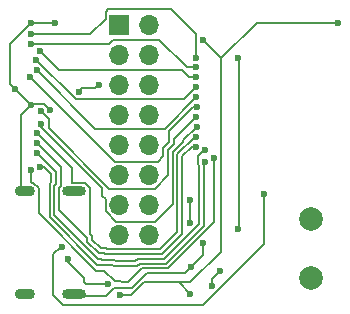
<source format=gbr>
%TF.GenerationSoftware,KiCad,Pcbnew,8.99.0-3218-gdd8f7901b1*%
%TF.CreationDate,2025-01-23T14:21:21-05:00*%
%TF.ProjectId,hack_matrix,6861636b-5f6d-4617-9472-69782e6b6963,rev?*%
%TF.SameCoordinates,Original*%
%TF.FileFunction,Copper,L2,Bot*%
%TF.FilePolarity,Positive*%
%FSLAX46Y46*%
G04 Gerber Fmt 4.6, Leading zero omitted, Abs format (unit mm)*
G04 Created by KiCad (PCBNEW 8.99.0-3218-gdd8f7901b1) date 2025-01-23 14:21:21*
%MOMM*%
%LPD*%
G01*
G04 APERTURE LIST*
%TA.AperFunction,ComponentPad*%
%ADD10O,2.000000X0.900000*%
%TD*%
%TA.AperFunction,ComponentPad*%
%ADD11O,1.700000X0.900000*%
%TD*%
%TA.AperFunction,ComponentPad*%
%ADD12C,2.000000*%
%TD*%
%TA.AperFunction,ComponentPad*%
%ADD13R,1.700000X1.700000*%
%TD*%
%TA.AperFunction,ComponentPad*%
%ADD14O,1.700000X1.700000*%
%TD*%
%TA.AperFunction,ViaPad*%
%ADD15C,0.600000*%
%TD*%
%TA.AperFunction,Conductor*%
%ADD16C,0.200000*%
%TD*%
G04 APERTURE END LIST*
D10*
%TO.P,J1,S1,SHIELD*%
%TO.N,GND*%
X173170000Y-83297570D03*
%TO.P,J1,S2,SHIELD*%
X173170000Y-91947570D03*
D11*
%TO.P,J1,S3,SHIELD*%
X169000000Y-83297570D03*
%TO.P,J1,S4,SHIELD*%
X169000000Y-91947570D03*
%TD*%
D12*
%TO.P,J2,1,Pin_1*%
%TO.N,+5V*%
X193216183Y-90602955D03*
%TO.P,J2,2,Pin_2*%
%TO.N,GND*%
X193216183Y-85602955D03*
%TD*%
D13*
%TO.P,U2,1,R1*%
%TO.N,Net-(U2-R1)*%
X176964810Y-69220000D03*
D14*
%TO.P,U2,2,G1*%
%TO.N,Net-(U2-G1)*%
X179504810Y-69220000D03*
%TO.P,U2,3,B1*%
%TO.N,Net-(U2-B1)*%
X176964810Y-71760000D03*
%TO.P,U2,4,GND*%
%TO.N,GND*%
X179504810Y-71760000D03*
%TO.P,U2,5,R2*%
%TO.N,Net-(U2-R2)*%
X176964810Y-74300000D03*
%TO.P,U2,6,G2*%
%TO.N,Net-(U2-G2)*%
X179504810Y-74300000D03*
%TO.P,U2,7,B2*%
%TO.N,Net-(U2-B2)*%
X176964810Y-76840000D03*
%TO.P,U2,8,GND*%
%TO.N,GND*%
X179504810Y-76840000D03*
%TO.P,U2,9,A*%
%TO.N,Net-(U1-B3)*%
X176964810Y-79380000D03*
%TO.P,U2,10,B*%
%TO.N,Net-(U1-B2)*%
X179504810Y-79380000D03*
%TO.P,U2,11,C*%
%TO.N,Net-(U1-B5)*%
X176964810Y-81920000D03*
%TO.P,U2,12,D*%
%TO.N,Net-(U1-B4)*%
X179504810Y-81920000D03*
%TO.P,U2,13,CLK*%
%TO.N,Net-(U1-B7)*%
X176964810Y-84460000D03*
%TO.P,U2,14,STROBE*%
%TO.N,Net-(U1-B6)*%
X179504810Y-84460000D03*
%TO.P,U2,15,OE-*%
%TO.N,Net-(U1-B8)*%
X176964810Y-87000000D03*
%TO.P,U2,16,GND*%
%TO.N,GND*%
X179504810Y-87000000D03*
%TD*%
D15*
%TO.N,+5V*%
X183000000Y-84000000D03*
X173524821Y-74875179D03*
X182951421Y-85951421D03*
X175250000Y-74250000D03*
%TO.N,GND*%
X183019588Y-89710000D03*
X184825735Y-91325735D03*
X185500000Y-90000000D03*
X168130000Y-74630000D03*
X169500000Y-76000000D03*
X171500000Y-69000000D03*
X171120736Y-76398318D03*
X184065637Y-87665637D03*
X169500000Y-69000000D03*
%TO.N,+3V3*%
X183000000Y-92000000D03*
X184100000Y-70500000D03*
X177031590Y-92098912D03*
X195500000Y-69000000D03*
%TO.N,/GPIO0*%
X187000000Y-72000000D03*
X187000000Y-86500000D03*
%TO.N,Net-(J1-CC1)*%
X172614871Y-89000000D03*
X175983897Y-91126936D03*
%TO.N,/D-*%
X189250000Y-83500000D03*
X172100000Y-88000000D03*
%TO.N,/B2*%
X169410604Y-73589396D03*
X183516726Y-76139377D03*
%TO.N,/R1*%
X183500000Y-72000000D03*
X169500000Y-70000000D03*
%TO.N,/C*%
X183510819Y-79517728D03*
X169996927Y-79199726D03*
%TO.N,/R2*%
X183501024Y-75320234D03*
X169976291Y-73023709D03*
%TO.N,/B1*%
X183500000Y-73600006D03*
X170242785Y-71400003D03*
%TO.N,/CLK*%
X184221921Y-80781226D03*
X170300071Y-81199929D03*
%TO.N,/A*%
X183515749Y-77825172D03*
X170324264Y-77614370D03*
%TO.N,/OE-*%
X169500000Y-81500000D03*
X185000000Y-80500000D03*
%TO.N,/G1*%
X183500000Y-72800003D03*
X169500000Y-70800003D03*
%TO.N,/STROBE*%
X169976736Y-80028064D03*
X184263278Y-79789408D03*
%TO.N,/D*%
X183466594Y-78718952D03*
X169984251Y-78338521D03*
%TO.N,/G2*%
X183500000Y-74500000D03*
X169942705Y-72141593D03*
%TO.N,/B*%
X170324264Y-76473396D03*
X183492391Y-77000000D03*
%TD*%
D16*
%TO.N,+5V*%
X183000000Y-85902842D02*
X182951421Y-85951421D01*
X174925977Y-74574023D02*
X173825977Y-74574023D01*
X183000000Y-84000000D02*
X183000000Y-85902842D01*
X173825977Y-74574023D02*
X173524821Y-74875179D01*
X175250000Y-74250000D02*
X174925977Y-74574023D01*
%TO.N,GND*%
X183019588Y-89710000D02*
X184065637Y-88663951D01*
X184825735Y-90674265D02*
X185500000Y-90000000D01*
X169626604Y-75873396D02*
X169500000Y-76000000D01*
X171120736Y-76398318D02*
X171097715Y-76398318D01*
X176501088Y-91498912D02*
X178027786Y-91498912D01*
X167682083Y-70817917D02*
X169500000Y-69000000D01*
X168637425Y-76862575D02*
X168637425Y-82934995D01*
X175855525Y-92144475D02*
X176501088Y-91498912D01*
X184065637Y-88663951D02*
X184065637Y-87665637D01*
X169500000Y-76000000D02*
X168637425Y-76862575D01*
X173366905Y-92144475D02*
X175855525Y-92144475D01*
X173170000Y-91947570D02*
X173366905Y-92144475D01*
X167682083Y-74182083D02*
X167682083Y-70817917D01*
X168130000Y-74630000D02*
X169500000Y-76000000D01*
X168637425Y-82934995D02*
X169000000Y-83297570D01*
X184825735Y-91325735D02*
X184825735Y-90674265D01*
X169500000Y-69000000D02*
X171500000Y-69000000D01*
X168130000Y-74630000D02*
X167682083Y-74182083D01*
X179311021Y-90215677D02*
X182513911Y-90215677D01*
X178027786Y-91498912D02*
X179311021Y-90215677D01*
X171097715Y-76398318D02*
X170572793Y-75873396D01*
X170572793Y-75873396D02*
X169626604Y-75873396D01*
X182513911Y-90215677D02*
X183019588Y-89710000D01*
%TO.N,+3V3*%
X183000000Y-91000000D02*
X185600000Y-88400000D01*
X179092384Y-91000000D02*
X183000000Y-91000000D01*
X177993472Y-92098912D02*
X179092384Y-91000000D01*
X183000000Y-92000000D02*
X182000000Y-91000000D01*
X188600000Y-69000000D02*
X185600000Y-72000000D01*
X185600000Y-88400000D02*
X185600000Y-72000000D01*
X177031590Y-92098912D02*
X177993472Y-92098912D01*
X185600000Y-72000000D02*
X184100000Y-70500000D01*
X195500000Y-69000000D02*
X188600000Y-69000000D01*
%TO.N,/GPIO0*%
X187000000Y-86500000D02*
X187073816Y-86426184D01*
X187073816Y-72073816D02*
X187000000Y-72000000D01*
X187073816Y-86426184D02*
X187073816Y-72073816D01*
%TO.N,Net-(J1-CC1)*%
X174170785Y-91126936D02*
X175983897Y-91126936D01*
X174000000Y-90956151D02*
X174170785Y-91126936D01*
X172614871Y-89000000D02*
X172614871Y-89262570D01*
X174000000Y-90647699D02*
X174000000Y-90956151D01*
X172614871Y-89262570D02*
X174000000Y-90647699D01*
%TO.N,/D-*%
X172100000Y-88000000D02*
X172000000Y-88000000D01*
X172247427Y-92946339D02*
X184053661Y-92946339D01*
X171400000Y-92098912D02*
X172247427Y-92946339D01*
X184053661Y-92946339D02*
X189250000Y-87750000D01*
X189250000Y-87750000D02*
X189250000Y-83500000D01*
X171400000Y-88600000D02*
X171400000Y-92098912D01*
X172000000Y-88000000D02*
X171400000Y-88600000D01*
%TO.N,/B2*%
X181203260Y-79123086D02*
X180700000Y-79626346D01*
X180700000Y-79626346D02*
X180700000Y-80300000D01*
X180700000Y-80300000D02*
X180230000Y-80770000D01*
X183233883Y-76139377D02*
X181203260Y-78170000D01*
X176591208Y-80770000D02*
X169410604Y-73589396D01*
X183516726Y-76139377D02*
X183233883Y-76139377D01*
X180230000Y-80770000D02*
X176591208Y-80770000D01*
X181203260Y-78170000D02*
X181203260Y-79123086D01*
%TO.N,/R1*%
X181350000Y-67850000D02*
X176034810Y-67850000D01*
X183500000Y-72000000D02*
X183500000Y-70000000D01*
X176034810Y-67850000D02*
X175814810Y-68070000D01*
X174500000Y-70000000D02*
X169500000Y-70000000D01*
X183500000Y-70000000D02*
X181350000Y-67850000D01*
X175814810Y-68070000D02*
X175814810Y-68685190D01*
X175814810Y-68685190D02*
X174500000Y-70000000D01*
%TO.N,/C*%
X174264206Y-87567148D02*
X175222378Y-88525320D01*
X183512637Y-79515911D02*
X183512637Y-79512637D01*
X171870000Y-84841809D02*
X174264206Y-87236015D01*
X175746585Y-88615677D02*
X180570009Y-88615677D01*
X175656228Y-88525320D02*
X175746585Y-88615677D01*
X171870000Y-82986910D02*
X171870000Y-84841809D01*
X183512637Y-79512637D02*
X183500000Y-79500000D01*
X182315686Y-80315686D02*
X183115461Y-79515911D01*
X183512637Y-79512637D02*
X183512637Y-79515910D01*
X172000000Y-82856910D02*
X171870000Y-82986910D01*
X174264206Y-87236015D02*
X174264206Y-87567148D01*
X172000000Y-81202799D02*
X172000000Y-82856910D01*
X175222378Y-88525320D02*
X175656228Y-88525320D01*
X183512637Y-79515910D02*
X183510819Y-79517728D01*
X183115461Y-79515911D02*
X183512637Y-79515911D01*
X182315686Y-86870000D02*
X182315686Y-80315686D01*
X169996927Y-79199726D02*
X172000000Y-81202799D01*
X180570009Y-88615677D02*
X182315686Y-86870000D01*
%TO.N,/R2*%
X174952582Y-78000000D02*
X180807574Y-78000000D01*
X169976291Y-73023709D02*
X174952582Y-78000000D01*
X183507866Y-75313392D02*
X183501024Y-75320234D01*
X183494182Y-75313392D02*
X183507866Y-75313392D01*
X180807574Y-78000000D02*
X183494182Y-75313392D01*
%TO.N,/B1*%
X171842782Y-73000000D02*
X182300660Y-73000000D01*
X182300660Y-73000000D02*
X182914054Y-73613394D01*
X183507866Y-73613394D02*
X183507866Y-73607872D01*
X182914054Y-73613394D02*
X183507866Y-73613394D01*
X183507866Y-73607872D02*
X183500000Y-73600006D01*
X170242785Y-71400003D02*
X171842782Y-73000000D01*
%TO.N,/CLK*%
X176496595Y-89600000D02*
X178512483Y-89600000D01*
X178696806Y-89415677D02*
X180901381Y-89415677D01*
X176396595Y-89500000D02*
X176496595Y-89600000D01*
X178512483Y-89600000D02*
X178696806Y-89415677D01*
X184122733Y-80877267D02*
X184212475Y-80787525D01*
X184218774Y-80781226D02*
X184221921Y-80781226D01*
X171070000Y-85504314D02*
X175065686Y-89500000D01*
X171200000Y-81817014D02*
X171200000Y-82525538D01*
X171200000Y-82525538D02*
X171070000Y-82655538D01*
X170582915Y-81199929D02*
X171200000Y-81817014D01*
X175065686Y-89500000D02*
X176396595Y-89500000D01*
X170300071Y-81199929D02*
X170582915Y-81199929D01*
X184212475Y-80787525D02*
X184212475Y-80755323D01*
X180901381Y-89415677D02*
X184122733Y-86194325D01*
X184122733Y-86194325D02*
X184122733Y-80877267D01*
X171070000Y-82655538D02*
X171070000Y-85504314D01*
X184212475Y-80787525D02*
X184218774Y-80781226D01*
%TO.N,/A*%
X170324264Y-77824264D02*
X170324264Y-77614370D01*
X182400000Y-79100000D02*
X181500000Y-80000000D01*
X183513797Y-77823220D02*
X182400000Y-78937017D01*
X175500000Y-83000000D02*
X170324264Y-77824264D01*
X181500000Y-84331156D02*
X179981156Y-85850000D01*
X182400000Y-78937017D02*
X182400000Y-79100000D01*
X179981156Y-85850000D02*
X176728464Y-85850000D01*
X181500000Y-80000000D02*
X181500000Y-84331156D01*
X175500000Y-83668844D02*
X175500000Y-83000000D01*
X175814810Y-83983654D02*
X175500000Y-83668844D01*
X175814810Y-84936346D02*
X175814810Y-83983654D01*
X183513797Y-77823220D02*
X183515749Y-77825172D01*
X183517700Y-77823220D02*
X183513797Y-77823220D01*
X176728464Y-85850000D02*
X175814810Y-84936346D01*
%TO.N,/OE-*%
X177678169Y-91000000D02*
X177202548Y-91000000D01*
X177202548Y-91000000D02*
X177072548Y-90870000D01*
X181067067Y-89815677D02*
X178862492Y-89815677D01*
X185000000Y-85882744D02*
X181067067Y-89815677D01*
X170150000Y-82986910D02*
X169710660Y-82547570D01*
X175705490Y-90000000D02*
X175000000Y-90000000D01*
X170150000Y-85150000D02*
X170150000Y-82986910D01*
X169500000Y-82500000D02*
X169500000Y-81500000D01*
X175000000Y-90000000D02*
X170150000Y-85150000D01*
X185000000Y-80500000D02*
X185000000Y-85882744D01*
X169710660Y-82547570D02*
X169547570Y-82547570D01*
X169547570Y-82547570D02*
X169500000Y-82500000D01*
X176575490Y-90870000D02*
X175705490Y-90000000D01*
X177072548Y-90870000D02*
X176575490Y-90870000D01*
X178862492Y-89815677D02*
X177678169Y-91000000D01*
%TO.N,/G1*%
X169500000Y-70800003D02*
X176113651Y-70800003D01*
X176113651Y-70800003D02*
X176413654Y-70500000D01*
X176413654Y-70500000D02*
X180366346Y-70500000D01*
X180366346Y-70500000D02*
X182666349Y-72800003D01*
X182666349Y-72800003D02*
X183500000Y-72800003D01*
%TO.N,/STROBE*%
X184194124Y-79764440D02*
X184112637Y-79764440D01*
X171470000Y-82821224D02*
X171600000Y-82691224D01*
X176662281Y-89200000D02*
X176532280Y-89070000D01*
X175131372Y-89000000D02*
X171470000Y-85338628D01*
X184251743Y-79822059D02*
X184263278Y-79810524D01*
X183612475Y-81003852D02*
X183722733Y-81114110D01*
X175425320Y-89000000D02*
X175131372Y-89000000D01*
X171600000Y-82691224D02*
X171600000Y-81651328D01*
X183722733Y-81114110D02*
X183722733Y-86028639D01*
X183612475Y-80264602D02*
X183612475Y-81003852D01*
X178531120Y-89015677D02*
X178346797Y-89200000D01*
X184263278Y-79810524D02*
X184263278Y-79789408D01*
X175495320Y-89070000D02*
X175425320Y-89000000D01*
X171600000Y-81651328D02*
X169976736Y-80028064D01*
X176532280Y-89070000D02*
X175495320Y-89070000D01*
X184112637Y-79764440D02*
X183612475Y-80264602D01*
X178346797Y-89200000D02*
X176662281Y-89200000D01*
X171470000Y-85338628D02*
X171470000Y-82821224D01*
X184251743Y-79822059D02*
X184194124Y-79764440D01*
X183722733Y-86028639D02*
X180735695Y-89015677D01*
X180735695Y-89015677D02*
X178531120Y-89015677D01*
%TO.N,/D*%
X174664206Y-87401462D02*
X174664206Y-87070330D01*
X174664206Y-87070330D02*
X174470000Y-86876124D01*
X181900000Y-86720000D02*
X180404323Y-88215677D01*
X181900000Y-80165686D02*
X181900000Y-86720000D01*
X175912271Y-88215677D02*
X175821914Y-88125320D01*
X183406664Y-78659022D02*
X181900000Y-80165686D01*
X173000000Y-81354270D02*
X169984251Y-78338521D01*
X183526524Y-78659022D02*
X183466594Y-78718952D01*
X175821914Y-88125320D02*
X175388064Y-88125320D01*
X174030660Y-82547570D02*
X173000000Y-82547570D01*
X173000000Y-82547570D02*
X173000000Y-81354270D01*
X183526524Y-78659022D02*
X183406664Y-78659022D01*
X175388064Y-88125320D02*
X174664206Y-87401462D01*
X180404323Y-88215677D02*
X175912271Y-88215677D01*
X174470000Y-86876124D02*
X174470000Y-82986910D01*
X174470000Y-82986910D02*
X174030660Y-82547570D01*
%TO.N,/G2*%
X173301112Y-75500000D02*
X182472729Y-75500000D01*
X182472729Y-75500000D02*
X183472729Y-74500000D01*
X183472729Y-74500000D02*
X183500000Y-74500000D01*
X169942705Y-72141593D02*
X173301112Y-75500000D01*
%TO.N,/B*%
X170324264Y-76473396D02*
X170324264Y-76650610D01*
X181100000Y-79792032D02*
X181100000Y-81951156D01*
X183500000Y-77000000D02*
X183492391Y-77000000D01*
X181603260Y-78889131D02*
X181603260Y-79288772D01*
X183492391Y-77000000D02*
X181603260Y-78889131D01*
X179981156Y-83070000D02*
X176135686Y-83070000D01*
X181100000Y-81951156D02*
X179981156Y-83070000D01*
X181603260Y-79288772D02*
X181100000Y-79792032D01*
X171000000Y-77934314D02*
X171000000Y-77149132D01*
X171000000Y-77149132D02*
X170324264Y-76473396D01*
X176135686Y-83070000D02*
X171000000Y-77934314D01*
%TD*%
M02*

</source>
